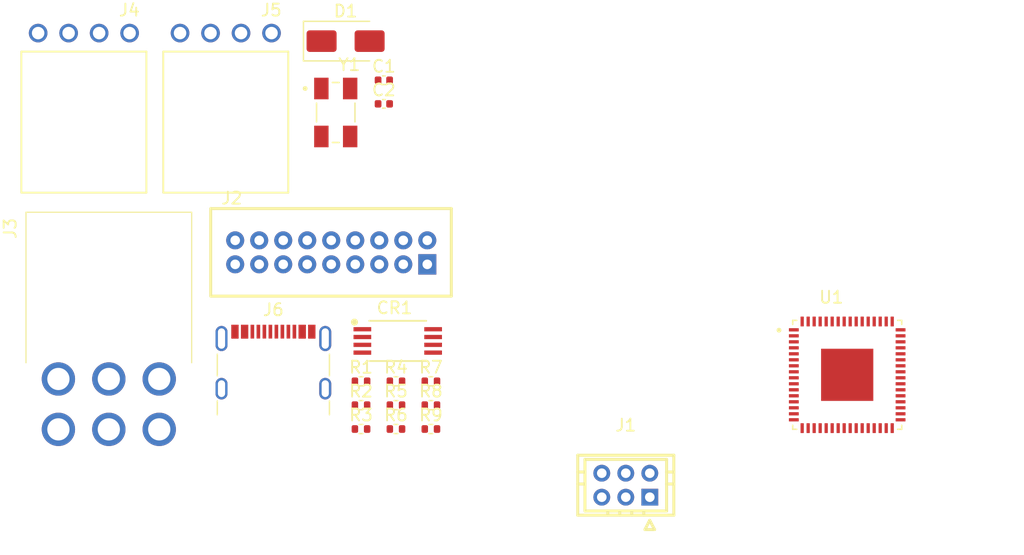
<source format=kicad_pcb>
(kicad_pcb (version 20221018) (generator pcbnew)
  (layers (0 "F.Cu" signal) (31 "B.Cu" signal) (34 "B.Paste" user) (35 "F.Paste" user) (36 "B.SilkS" user "B.Silkscreen") (37 "F.SilkS" user "F.Silkscreen") (38 "B.Mask" user) (39 "F.Mask" user) (44 "Edge.Cuts" user))
  (net 0 "")
  (net 1 "Net-(U1-OSCI)")
  (net 2 "/GND")
  (net 3 "Net-(U1-OSCO)")
  (net 5 "Net-(CR1-CS)")
  (net 10 "Net-(CR1-CLK)")
  (net 11 "Net-(CR1-D)")
  (net 12 "Net-(CR1-Q)")
  (net 13 "/3V3")
  (net 15 "/5V")
  (net 20 "Net-(D1-Pad2)")
  (net 42 "/SDA0")
  (net 47 "/SCL0")
  (net 51 "/PLUG0")
  (net 56 "/A2-0")
  (net 61 "/A1-0")
  (net 62 "/A0-0")
  (net 63 "/TXD0")
  (net 64 "/RXD0")
  (net 65 "/RST0")
  (net 74 "/12V")
  (net 79 "Net-(J6-CC1)")
  (net 80 "Net-(J6-D+-PadA6)")
  (net 81 "Net-(J6-D--PadA7)")
  (net 83 "Net-(J6-CC2)")
  (net 85 "VCORE")
  (net 86 "VCCIO")
  (footprint "Resistor_SMD:R_0402_1005Metric" (layer "F.Cu") (at 104.95 73.82)
    (fp_text reference "R1" (at 0 -1.17) (layer "F.SilkS"))
    (fp_text value "4.7K")
    (fp_line (start -0.153641 -0.38) (end 0.153641 -0.38) (stroke (width 0.12)) (layer "F.SilkS"))
    (fp_line (start -0.153641 0.38) (end 0.153641 0.38) (stroke (width 0.12)) (layer "F.SilkS"))
    (pad "1" smd roundrect (at -0.51 0) (size 0.54 0.64) (layers "F.Cu" "F.Paste" "F.Mask") (net 2 "/GND"))
    (pad "2" smd roundrect (at 0.51 0) (size 0.54 0.64) (layers "F.Cu" "F.Paste" "F.Mask") (net 61 "/A1-0"))
  )
  (footprint "bitcart:CONN_61900411021_WRE" (layer "F.Cu") (at 89.8756 44.7899)
    (fp_text reference "J5" (at 7.6 -1.91 unlocked) (layer "F.SilkS"))
    (fp_text value "61900411021")
    (fp_line (start -1.397 1.543) (end -1.397 13.303199) (stroke (width 0.1524)) (layer "F.SilkS"))
    (fp_line (start -1.397 13.303199) (end 9.017 13.303199) (stroke (width 0.1524)) (layer "F.SilkS"))
    (fp_line (start 9.017 1.543) (end -1.397 1.543) (stroke (width 0.1524)) (layer "F.SilkS"))
    (fp_line (start 9.017 13.303199) (end 9.017 1.543) (stroke (width 0.1524)) (layer "F.SilkS"))
    (pad "1" thru_hole circle (at 0 0) (size 1.5494 1.5494) (drill 1.0414) (layers "*.Cu" "*.Mask") (net 2 "/GND"))
    (pad "2" thru_hole circle (at 2.54 0) (size 1.5494 1.5494) (drill 1.0414) (layers "*.Cu" "*.Mask") (net 74 "/12V"))
    (pad "3" thru_hole circle (at 5.08 0) (size 1.5494 1.5494) (drill 1.0414) (layers "*.Cu" "*.Mask"))
    (pad "4" thru_hole circle (at 7.62 0) (size 1.5494 1.5494) (drill 1.0414) (layers "*.Cu" "*.Mask"))
  )
  (footprint "bitcart:CONN-TH_X2026WV-2-09D-46SN" (layer "F.Cu") (at 102.47 63.07)
    (fp_text reference "J2" (at -8.283 -4.518) (layer "F.SilkS"))
    (fp_text value "Hashboard0")
    (fp_line (start -10.04 -3.65) (end -10.04 3.65) (stroke (width 0.25)) (layer "F.SilkS"))
    (fp_line (start -10 -3.65) (end 10 -3.65) (stroke (width 0.25)) (layer "F.SilkS"))
    (fp_line (start 10 -3.65) (end 10 3.65) (stroke (width 0.25)) (layer "F.SilkS"))
    (fp_line (start 10 3.65) (end -10 3.65) (stroke (width 0.25)) (layer "F.SilkS"))
    (pad "1" thru_hole rect (at 8 1) (size 1.5 1.7) (drill 0.799998) (layers "*.Cu" "*.Paste" "*.Mask") (net 2 "/GND"))
    (pad "2" thru_hole circle (at 8 -1) (size 1.5 1.5) (drill 0.799998) (layers "*.Cu" "*.Paste" "*.Mask") (net 2 "/GND"))
    (pad "3" thru_hole circle (at 6 1) (size 1.5 1.5) (drill 0.799998) (layers "*.Cu" "*.Paste" "*.Mask") (net 42 "/SDA0"))
    (pad "4" thru_hole circle (at 6 -1) (size 1.5 1.5) (drill 0.799998) (layers "*.Cu" "*.Paste" "*.Mask") (net 47 "/SCL0"))
    (pad "5" thru_hole circle (at 4 1) (size 1.5 1.5) (drill 0.799998) (layers "*.Cu" "*.Paste" "*.Mask") (net 51 "/PLUG0"))
    (pad "6" thru_hole circle (at 4 -1) (size 1.5 1.5) (drill 0.799998) (layers "*.Cu" "*.Paste" "*.Mask") (net 56 "/A2-0"))
    (pad "7" thru_hole circle (at 2 1) (size 1.5 1.5) (drill 0.799998) (layers "*.Cu" "*.Paste" "*.Mask") (net 61 "/A1-0"))
    (pad "8" thru_hole circle (at 2 -1) (size 1.5 1.5) (drill 0.799998) (layers "*.Cu" "*.Paste" "*.Mask") (net 62 "/A0-0"))
    (pad "9" thru_hole circle (at 0 1) (size 1.5 1.5) (drill 0.799998) (layers "*.Cu" "*.Paste" "*.Mask") (net 2 "/GND"))
    (pad "10" thru_hole circle (at 0 -1) (size 1.5 1.5) (drill 0.799998) (layers "*.Cu" "*.Paste" "*.Mask") (net 2 "/GND"))
    (pad "11" thru_hole circle (at -2 1) (size 1.5 1.5) (drill 0.799998) (layers "*.Cu" "*.Paste" "*.Mask") (net 63 "/TXD0"))
    (pad "12" thru_hole circle (at -2 -1) (size 1.5 1.5) (drill 0.799998) (layers "*.Cu" "*.Paste" "*.Mask") (net 64 "/RXD0"))
    (pad "13" thru_hole circle (at -4 1) (size 1.5 1.5) (drill 0.799998) (layers "*.Cu" "*.Paste" "*.Mask") (net 2 "/GND"))
    (pad "14" thru_hole circle (at -4 -1) (size 1.5 1.5) (drill 0.799998) (layers "*.Cu" "*.Paste" "*.Mask") (net 2 "/GND"))
    (pad "15" thru_hole circle (at -6 1) (size 1.5 1.5) (drill 0.799998) (layers "*.Cu" "*.Paste" "*.Mask") (net 65 "/RST0"))
    (pad "16" thru_hole circle (at -6 -1) (size 1.5 1.5) (drill 0.799998) (layers "*.Cu" "*.Paste" "*.Mask") (net 13 "/3V3"))
    (pad "17" thru_hole circle (at -8 1) (size 1.5 1.5) (drill 0.799998) (layers "*.Cu" "*.Paste" "*.Mask"))
    (pad "18" thru_hole circle (at -8 -1) (size 1.5 1.5) (drill 0.799998) (layers "*.Cu" "*.Paste" "*.Mask"))
  )
  (footprint "bitcart:0455580003" (layer "F.Cu") (at 79.743 73.627)
    (fp_text reference "J3" (at -4.016 -12.55 90) (layer "F.SilkS"))
    (fp_text value "Fan Power" hide)
    (fp_line (start -2.7 -13.9) (end 11.1 -13.9) (stroke (width 0.1)) (layer "F.SilkS"))
    (fp_line (start -2.7 -1.35) (end -2.7 -13.9) (stroke (width 0.1)) (layer "F.SilkS"))
    (fp_line (start 11.1 -13.9) (end 11.1 -1.35) (stroke (width 0.1)) (layer "F.SilkS"))
    (pad "" np_thru_hole circle (at 0 -7.3) (size 3.05 3.05) (drill 3.05) (layers "*.Cu" "*.Mask"))
    (pad "" np_thru_hole circle (at 8.4 -7.3) (size 3.05 3.05) (drill 3.05) (layers "*.Cu" "*.Mask"))
    (pad "1" thru_hole circle (at 0 0) (size 2.775 2.775) (drill 1.85) (layers "*.Cu" "*.Mask"))
    (pad "2" thru_hole circle (at 4.2 0) (size 2.775 2.775) (drill 1.85) (layers "*.Cu" "*.Mask"))
    (pad "3" thru_hole circle (at 8.4 0) (size 2.775 2.775) (drill 1.85) (layers "*.Cu" "*.Mask"))
    (pad "4" thru_hole circle (at 0 4.2) (size 2.775 2.775) (drill 1.85) (layers "*.Cu" "*.Mask"))
    (pad "5" thru_hole circle (at 4.2 4.2) (size 2.775 2.775) (drill 1.85) (layers "*.Cu" "*.Mask"))
    (pad "6" thru_hole circle (at 8.4 4.2) (size 2.775 2.775) (drill 1.85) (layers "*.Cu" "*.Mask"))
  )
  (footprint "Capacitor_SMD:C_0402_1005Metric" (layer "F.Cu") (at 106.85 50.69)
    (fp_text reference "C2" (at 0 -1.16) (layer "F.SilkS"))
    (fp_text value "27pf")
    (fp_line (start -0.107836 -0.36) (end 0.107836 -0.36) (stroke (width 0.12)) (layer "F.SilkS"))
    (fp_line (start -0.107836 0.36) (end 0.107836 0.36) (stroke (width 0.12)) (layer "F.SilkS"))
    (pad "1" smd roundrect (at -0.48 0) (size 0.56 0.62) (layers "F.Cu" "F.Paste" "F.Mask") (net 3 "Net-(U1-OSCO)"))
    (pad "2" smd roundrect (at 0.48 0) (size 0.56 0.62) (layers "F.Cu" "F.Paste" "F.Mask") (net 2 "/GND"))
  )
  (footprint "Resistor_SMD:R_0402_1005Metric" (layer "F.Cu") (at 110.77 75.81)
    (fp_text reference "R8" (at 0 -1.17) (layer "F.SilkS"))
    (fp_text value "10k")
    (fp_line (start -0.153641 -0.38) (end 0.153641 -0.38) (stroke (width 0.12)) (layer "F.SilkS"))
    (fp_line (start -0.153641 0.38) (end 0.153641 0.38) (stroke (width 0.12)) (layer "F.SilkS"))
    (pad "1" smd roundrect (at -0.51 0) (size 0.54 0.64) (layers "F.Cu" "F.Paste" "F.Mask") (net 10 "Net-(CR1-CLK)"))
    (pad "2" smd roundrect (at 0.51 0) (size 0.54 0.64) (layers "F.Cu" "F.Paste" "F.Mask") (net 13 "/3V3"))
  )
  (footprint "Diode_SMD:D_SMA" (layer "F.Cu") (at 103.665 45.46)
    (fp_text reference "D1" (at 0 -2.5) (layer "F.SilkS"))
    (fp_text value "SS310")
    (fp_line (start -3.51 -1.65) (end -3.51 1.65) (stroke (width 0.12)) (layer "F.SilkS"))
    (fp_line (start -3.51 -1.65) (end 2 -1.65) (stroke (width 0.12)) (layer "F.SilkS"))
    (fp_line (start -3.51 1.65) (end 2 1.65) (stroke (width 0.12)) (layer "F.SilkS"))
    (pad "1" smd roundrect (at -2 0) (size 2.5 1.8) (layers "F.Cu" "F.Paste" "F.Mask") (roundrect_rratio 0.1388888889) (net 15 "/5V"))
    (pad "2" smd roundrect (at 2 0) (size 2.5 1.8) (layers "F.Cu" "F.Paste" "F.Mask") (roundrect_rratio 0.1388888889) (net 20 "Net-(D1-Pad2)"))
  )
  (footprint "Connector_USB:USB_C_Receptacle_GCT_USB4105-xx-A_16P_TopMnt_Horizontal" (layer "F.Cu") (at 97.65 73.36)
    (fp_text reference "J6" (at 0 -5.5 unlocked) (layer "F.SilkS"))
    (fp_text value "USB_C_Receptacle_USB2.0")
    (fp_line (start -4.67 0) (end -4.67 -1.8) (stroke (width 0.12)) (layer "F.SilkS"))
    (fp_line (start -4.67 2.1) (end -4.67 3.25) (stroke (width 0.12)) (layer "F.SilkS"))
    (fp_line (start 4.67 0) (end 4.67 -1.8) (stroke (width 0.12)) (layer "F.SilkS"))
    (fp_line (start 4.67 2.1) (end 4.67 3.25) (stroke (width 0.12)) (layer "F.SilkS"))
    (pad "" np_thru_hole circle (at -2.89 -2.605) (size 0.65 0.65) (drill 0.65) (layers "F&B.Cu" "*.Mask"))
    (pad "" np_thru_hole circle (at 2.89 -2.605) (size 0.65 0.65) (drill 0.65) (layers "F&B.Cu" "*.Mask"))
    (pad "A1" smd rect (at -3.2 -3.68) (size 0.6 1.15) (layers "F.Cu" "F.Paste" "F.Mask") (net 2 "/GND"))
    (pad "A4" smd rect (at -2.4 -3.68) (size 0.6 1.15) (layers "F.Cu" "F.Paste" "F.Mask") (net 20 "Net-(D1-Pad2)"))
    (pad "A5" smd rect (at -1.25 -3.68) (size 0.3 1.15) (layers "F.Cu" "F.Paste" "F.Mask") (net 79 "Net-(J6-CC1)"))
    (pad "A6" smd rect (at -0.25 -3.68) (size 0.3 1.15) (layers "F.Cu" "F.Paste" "F.Mask") (net 80 "Net-(J6-D+-PadA6)"))
    (pad "A7" smd rect (at 0.25 -3.68) (size 0.3 1.15) (layers "F.Cu" "F.Paste" "F.Mask") (net 81 "Net-(J6-D--PadA7)"))
    (pad "A8" smd rect (at 1.25 -3.68) (size 0.3 1.15) (layers "F.Cu" "F.Paste" "F.Mask"))
    (pad "A9" smd rect (at 2.4 -3.68) (size 0.6 1.15) (layers "F.Cu" "F.Paste" "F.Mask") (net 20 "Net-(D1-Pad2)"))
    (pad "A12" smd rect (at 3.2 -3.68) (size 0.6 1.15) (layers "F.Cu" "F.Paste" "F.Mask") (net 2 "/GND"))
    (pad "B1" smd rect (at 3.2 -3.68) (size 0.6 1.15) (layers "F.Cu" "F.Paste" "F.Mask") (net 2 "/GND"))
    (pad "B4" smd rect (at 2.4 -3.68) (size 0.6 1.15) (layers "F.Cu" "F.Paste" "F.Mask") (net 20 "Net-(D1-Pad2)"))
    (pad "B5" smd rect (at 1.75 -3.68) (size 0.3 1.15) (layers "F.Cu" "F.Paste" "F.Mask") (net 83 "Net-(J6-CC2)"))
    (pad "B6" smd rect (at 0.75 -3.68) (size 0.3 1.15) (layers "F.Cu" "F.Paste" "F.Mask") (net 80 "Net-(J6-D+-PadA6)"))
    (pad "B7" smd rect (at -0.75 -3.68) (size 0.3 1.15) (layers "F.Cu" "F.Paste" "F.Mask") (net 81 "Net-(J6-D--PadA7)"))
    (pad "B8" smd rect (at -1.75 -3.68) (size 0.3 1.15) (layers "F.Cu" "F.Paste" "F.Mask"))
    (pad "B9" smd rect (at -2.4 -3.68) (size 0.6 1.15) (layers "F.Cu" "F.Paste" "F.Mask") (net 20 "Net-(D1-Pad2)"))
    (pad "B12" smd rect (at -3.2 -3.68) (size 0.6 1.15) (layers "F.Cu" "F.Paste" "F.Mask") (net 2 "/GND"))
    (pad "S1" thru_hole oval (at -4.32 -3.105) (size 1 2.1) (drill oval 0.6 1.7) (layers "*.Cu" "*.Mask" "F.Paste") (net 2 "/GND"))
    (pad "S1" thru_hole oval (at -4.32 1.075) (size 1 1.8) (drill oval 0.6 1.4) (layers "*.Cu" "*.Mask" "F.Paste") (net 2 "/GND"))
    (pad "S1" thru_hole oval (at 4.32 -3.105) (size 1 2.1) (drill oval 0.6 1.7) (layers "*.Cu" "*.Mask" "F.Paste") (net 2 "/GND"))
    (pad "S1" thru_hole oval (at 4.32 1.075) (size 1 1.8) (drill oval 0.6 1.4) (layers "*.Cu" "*.Mask" "F.Paste") (net 2 "/GND"))
  )
  (footprint "Resistor_SMD:R_0402_1005Metric" (layer "F.Cu") (at 104.95 75.81)
    (fp_text reference "R2" (at 0 -1.17) (layer "F.SilkS"))
    (fp_text value "4.7K")
    (fp_line (start -0.153641 -0.38) (end 0.153641 -0.38) (stroke (width 0.12)) (layer "F.SilkS"))
    (fp_line (start -0.153641 0.38) (end 0.153641 0.38) (stroke (width 0.12)) (layer "F.SilkS"))
    (pad "1" smd roundrect (at -0.51 0) (size 0.54 0.64) (layers "F.Cu" "F.Paste" "F.Mask") (net 62 "/A0-0"))
    (pad "2" smd roundrect (at 0.51 0) (size 0.54 0.64) (layers "F.Cu" "F.Paste" "F.Mask") (net 2 "/GND"))
  )
  (footprint "bitcrane:XTAL_405C35B12M00000" (layer "F.Cu") (at 102.845 51.41)
    (fp_text reference "Y1" (at 1.125 -3.985) (layer "F.SilkS"))
    (fp_text value "12MHz")
    (fp_line (start -1.6 -0.78) (end -1.6 0.78) (stroke (width 0.127)) (layer "F.SilkS"))
    (fp_line (start -0.28 -2.5) (end 0.28 -2.5) (stroke (width 0.127)) (layer "F.SilkS"))
    (fp_line (start -0.28 2.5) (end 0.28 2.5) (stroke (width 0.127)) (layer "F.SilkS"))
    (fp_line (start 1.6 -0.78) (end 1.6 0.78) (stroke (width 0.127)) (layer "F.SilkS"))
    (fp_circle (center -2.55 -2) (end -2.45 -2) (stroke (width 0.2)) (fill none) (layer "F.SilkS"))
    (pad "1" smd rect (at -1.2 -2) (size 1.2 1.8) (layers "F.Cu" "F.Paste" "F.Mask") (net 1 "Net-(U1-OSCI)"))
    (pad "2" smd rect (at -1.2 2) (size 1.2 1.8) (layers "F.Cu" "F.Paste" "F.Mask") (net 2 "/GND"))
    (pad "3" smd rect (at 1.2 2) (size 1.2 1.8) (layers "F.Cu" "F.Paste" "F.Mask") (net 3 "Net-(U1-OSCO)"))
    (pad "4" smd rect (at 1.2 -2) (size 1.2 1.8) (layers "F.Cu" "F.Paste" "F.Mask") (net 2 "/GND"))
  )
  (footprint "bitcart:CONN_61900411021_WRE" (layer "F.Cu") (at 78.0552 44.7899)
    (fp_text reference "J4" (at 7.6 -1.91 unlocked) (layer "F.SilkS"))
    (fp_text value "61900411021")
    (fp_line (start -1.397 1.543) (end -1.397 13.303199) (stroke (width 0.1524)) (layer "F.SilkS"))
    (fp_line (start -1.397 13.303199) (end 9.017 13.303199) (stroke (width 0.1524)) (layer "F.SilkS"))
    (fp_line (start 9.017 1.543) (end -1.397 1.543) (stroke (width 0.1524)) (layer "F.SilkS"))
    (fp_line (start 9.017 13.303199) (end 9.017 1.543) (stroke (width 0.1524)) (layer "F.SilkS"))
    (pad "1" thru_hole circle (at 0 0) (size 1.5494 1.5494) (drill 1.0414) (layers "*.Cu" "*.Mask") (net 2 "/GND"))
    (pad "2" thru_hole circle (at 2.54 0) (size 1.5494 1.5494) (drill 1.0414) (layers "*.Cu" "*.Mask") (net 74 "/12V"))
    (pad "3" thru_hole circle (at 5.08 0) (size 1.5494 1.5494) (drill 1.0414) (layers "*.Cu" "*.Mask"))
    (pad "4" thru_hole circle (at 7.62 0) (size 1.5494 1.5494) (drill 1.0414) (layers "*.Cu" "*.Mask"))
  )
  (footprint "Capacitor_SMD:C_0402_1005Metric" (layer "F.Cu") (at 106.85 48.72)
    (fp_text reference "C1" (at 0 -1.16) (layer "F.SilkS"))
    (fp_text value "27pf")
    (fp_line (start -0.107836 -0.36) (end 0.107836 -0.36) (stroke (width 0.12)) (layer "F.SilkS"))
    (fp_line (start -0.107836 0.36) (end 0.107836 0.36) (stroke (width 0.12)) (layer "F.SilkS"))
    (pad "1" smd roundrect (at -0.48 0) (size 0.56 0.62) (layers "F.Cu" "F.Paste" "F.Mask") (net 1 "Net-(U1-OSCI)"))
    (pad "2" smd roundrect (at 0.48 0) (size 0.56 0.62) (layers "F.Cu" "F.Paste" "F.Mask") (net 2 "/GND"))
  )
  (footprint "Resistor_SMD:R_0402_1005Metric" (layer "F.Cu") (at 107.86 75.81)
    (fp_text reference "R5" (at 0 -1.17) (layer "F.SilkS"))
    (fp_text value "5.1k")
    (fp_line (start -0.153641 -0.38) (end 0.153641 -0.38) (stroke (width 0.12)) (layer "F.SilkS"))
    (fp_line (start -0.153641 0.38) (end 0.153641 0.38) (stroke (width 0.12)) (layer "F.SilkS"))
    (pad "1" smd roundrect (at -0.51 0) (size 0.54 0.64) (layers "F.Cu" "F.Paste" "F.Mask") (net 2 "/GND"))
    (pad "2" smd roundrect (at 0.51 0) (size 0.54 0.64) (layers "F.Cu" "F.Paste" "F.Mask") (net 83 "Net-(J6-CC2)"))
  )
  (footprint "bitcrane:TSSOP8_STM" (layer "F.Cu") (at 108.0082 70.4546)
    (fp_text reference "CR1" (at -0.27 -2.755 unlocked) (layer "F.SilkS"))
    (fp_text value "M93C46-WDW6TP")
    (fp_line (start -2.3749 1.6764) (end 2.3749 1.6764) (stroke (width 0.1524)) (layer "F.SilkS"))
    (fp_line (start 2.3749 -1.6764) (end -2.3749 -1.6764) (stroke (width 0.1524)) (layer "F.SilkS"))
    (fp_circle (center -3.605 -1.57) (end -3.373052 -1.57) (stroke (width 0.12)) (fill solid) (layer "F.SilkS"))
    (pad "1" smd rect (at -2.9464 -0.974999) (size 1.4732 0.3556) (layers "F.Cu" "F.Paste" "F.Mask") (net 5 "Net-(CR1-CS)"))
    (pad "2" smd rect (at -2.9464 -0.325001) (size 1.4732 0.3556) (layers "F.Cu" "F.Paste" "F.Mask") (net 10 "Net-(CR1-CLK)"))
    (pad "3" smd rect (at -2.9464 0.325001) (size 1.4732 0.3556) (layers "F.Cu" "F.Paste" "F.Mask") (net 11 "Net-(CR1-D)"))
    (pad "4" smd rect (at -2.9464 0.974999) (size 1.4732 0.3556) (layers "F.Cu" "F.Paste" "F.Mask") (net 12 "Net-(CR1-Q)"))
    (pad "5" smd rect (at 2.9464 0.974999) (size 1.4732 0.3556) (layers "F.Cu" "F.Paste" "F.Mask") (net 2 "/GND"))
    (pad "6" smd rect (at 2.9464 0.325001) (size 1.4732 0.3556) (layers "F.Cu" "F.Paste" "F.Mask") (net 13 "/3V3"))
    (pad "7" smd rect (at 2.9464 -0.325001) (size 1.4732 0.3556) (layers "F.Cu" "F.Paste" "F.Mask") (net 2 "/GND"))
    (pad "8" smd rect (at 2.9464 -0.974999) (size 1.4732 0.3556) (layers "F.Cu" "F.Paste" "F.Mask") (net 13 "/3V3"))
  )
  (footprint "Resistor_SMD:R_0402_1005Metric" (layer "F.Cu") (at 110.77 77.8)
    (fp_text reference "R9" (at 0 -1.17) (layer "F.SilkS"))
    (fp_text value "10k")
    (fp_line (start -0.153641 -0.38) (end 0.153641 -0.38) (stroke (width 0.12)) (layer "F.SilkS"))
    (fp_line (start -0.153641 0.38) (end 0.153641 0.38) (stroke (width 0.12)) (layer "F.SilkS"))
    (pad "1" smd roundrect (at -0.51 0) (size 0.54 0.64) (layers "F.Cu" "F.Paste" "F.Mask") (net 12 "Net-(CR1-Q)"))
    (pad "2" smd roundrect (at 0.51 0) (size 0.54 0.64) (layers "F.Cu" "F.Paste" "F.Mask") (net 13 "/3V3"))
  )
  (footprint "Resistor_SMD:R_0402_1005Metric" (layer "F.Cu") (at 107.86 77.8)
    (fp_text reference "R6" (at 0 -1.17) (layer "F.SilkS"))
    (fp_text value "2.2k")
    (fp_line (start -0.153641 -0.38) (end 0.153641 -0.38) (stroke (width 0.12)) (layer "F.SilkS"))
    (fp_line (start -0.153641 0.38) (end 0.153641 0.38) (stroke (width 0.12)) (layer "F.SilkS"))
    (pad "1" smd roundrect (at -0.51 0) (size 0.54 0.64) (layers "F.Cu" "F.Paste" "F.Mask") (net 11 "Net-(CR1-D)"))
    (pad "2" smd roundrect (at 0.51 0) (size 0.54 0.64) (layers "F.Cu" "F.Paste" "F.Mask") (net 12 "Net-(CR1-Q)"))
  )
  (footprint "bitcart:CONN-TH_6P-P2.00_PHD-2X3A" (layer "F.Cu") (at 127.003 82.482)
    (fp_text reference "J1" (at 0 -5) (layer "F.SilkS"))
    (fp_text value "PSU Comm")
    (fp_line (start -4 -2.5) (end 4 -2.5) (stroke (width 0.25)) (layer "F.SilkS"))
    (fp_line (start -4 2.5) (end -4 -2.5) (stroke (width 0.25)) (layer "F.SilkS"))
    (fp_line (start -3.4 -2.15) (end 3.4 -2.15) (stroke (width 0.25)) (layer "F.SilkS"))
    (fp_line (start -3.4 -1.1) (end -4 -1.1) (stroke (width 0.25)) (layer "F.SilkS"))
    (fp_line (start -3.4 -0.1) (end -4 -0.1) (stroke (width 0.25)) (layer "F.SilkS"))
    (fp_line (start -3.4 2.15) (end -3.4 -2.15) (stroke (width 0.25)) (layer "F.SilkS"))
    (fp_line (start -1.5 2.15) (end -1.5 2.5) (stroke (width 0.25)) (layer "F.SilkS"))
    (fp_line (start -0.5 2.15) (end -0.5 2.5) (stroke (width 0.25)) (layer "F.SilkS"))
    (fp_line (start 0.5 2.15) (end 0.5 2.5) (stroke (width 0.25)) (layer "F.SilkS"))
    (fp_line (start 1.5 2.15) (end 1.5 2.5) (stroke (width 0.25)) (layer "F.SilkS"))
    (fp_line (start 1.6 3.7) (end 1.99 2.93) (stroke (width 0.25)) (layer "F.SilkS"))
    (fp_line (start 1.99 2.93) (end 2.4 3.7) (stroke (width 0.25)) (layer "F.SilkS"))
    (fp_line (start 2.4 3.7) (end 1.6 3.7) (stroke (width 0.25)) (layer "F.SilkS"))
    (fp_line (start 3.4 2.15) (end -3.4 2.15) (stroke (width 0.25)) (layer "F.SilkS"))
    (fp_line (start 3.4 2.15) (end 3.4 -2.15) (stroke (width 0.25)) (layer "F.SilkS"))
    (fp_line (start 4 -1.1) (end 3.4 -1.1) (stroke (width 0.25)) (layer "F.SilkS"))
    (fp_line (start 4 -0.1) (end 3.4 -0.1) (stroke (width 0.25)) (layer "F.SilkS"))
    (fp_line (start 4 2.5) (end -4 2.5) (stroke (width 0.25)) (layer "F.SilkS"))
    (fp_line (start 4 2.5) (end 4 -2.5) (stroke (width 0.25)) (layer "F.SilkS"))
    (pad "1" thru_hole rect (at 2 1 180) (size 1.4 1.4) (drill 0.799998) (layers "*.Cu" "*.Paste" "*.Mask"))
    (pad "2" thru_hole circle (at 0 1 180) (size 1.4 1.4) (drill 0.799998) (layers "*.Cu" "*.Paste" "*.Mask"))
    (pad "3" thru_hole circle (at -2 1 180) (size 1.4 1.4) (drill 0.799998) (layers "*.Cu" "*.Paste" "*.Mask"))
    (pad "4" thru_hole circle (at 2 -1 180) (size 1.4 1.4) (drill 0.799998) (layers "*.Cu" "*.Paste" "*.Mask"))
    (pad "5" thru_hole circle (at 0 -1 180) (size 1.4 1.4) (drill 0.799998) (layers "*.Cu" "*.Paste" "*.Mask"))
    (pad "6" thru_hole circle (at -2 -1 180) (size 1.4 1.4) (drill 0.799998) (layers "*.Cu" "*.Paste" "*.Mask"))
  )
  (footprint "bitcrane:QFN50P900X900X105-65N" (layer "F.Cu") (at 145.445 73.28)
    (fp_text reference "U1" (at -1.325 -6.465) (layer "F.SilkS"))
    (fp_text value "FT4232HQ-REEL")
    (fp_line (start -4.54 -4.54) (end -4.54 -4.205) (stroke (width 0.127)) (layer "F.SilkS"))
    (fp_line (start -4.54 -4.54) (end -4.205 -4.54) (stroke (width 0.127)) (layer "F.SilkS"))
    (fp_line (start -4.54 4.54) (end -4.54 4.205) (stroke (width 0.127)) (layer "F.SilkS"))
    (fp_line (start -4.54 4.54) (end -4.205 4.54) (stroke (width 0.127)) (layer "F.SilkS"))
    (fp_line (start 4.54 -4.54) (end 4.205 -4.54) (stroke (width 0.127)) (layer "F.SilkS"))
    (fp_line (start 4.54 -4.54) (end 4.54 -4.205) (stroke (width 0.127)) (layer "F.SilkS"))
    (fp_line (start 4.54 4.54) (end 4.205 4.54) (stroke (width 0.127)) (layer "F.SilkS"))
    (fp_line (start 4.54 4.54) (end 4.54 4.205) (stroke (width 0.127)) (layer "F.SilkS"))
    (fp_circle (center -5.68 -3.72) (end -5.58 -3.72) (stroke (width 0.2)) (fill none) (layer "F.SilkS"))
    (pad "1" smd roundrect (at -4.445 -3.75) (size 0.82 0.27) (layers "F.Cu" "F.Paste" "F.Mask") (roundrect_rratio 0.07) (net 2 "/GND"))
    (pad "2" smd roundrect (at -4.445 -3.25) (size 0.82 0.27) (layers "F.Cu" "F.Paste" "F.Mask") (roundrect_rratio 0.07) (net 1 "Net-(U1-OSCI)"))
    (pad "3" smd roundrect (at -4.445 -2.75) (size 0.82 0.27) (layers "F.Cu" "F.Paste" "F.Mask") (roundrect_rratio 0.07) (net 3 "Net-(U1-OSCO)"))
    (pad "4" smd roundrect (at -4.445 -2.25) (size 0.82 0.27) (layers "F.Cu" "F.Paste" "F.Mask") (roundrect_rratio 0.07))
    (pad "5" smd roundrect (at -4.445 -1.75) (size 0.82 0.27) (layers "F.Cu" "F.Paste" "F.Mask") (roundrect_rratio 0.07) (net 2 "/GND"))
    (pad "6" smd roundrect (at -4.445 -1.25) (size 0.82 0.27) (layers "F.Cu" "F.Paste" "F.Mask") (roundrect_rratio 0.07))
    (pad "7" smd roundrect (at -4.445 -0.75) (size 0.82 0.27) (layers "F.Cu" "F.Paste" "F.Mask") (roundrect_rratio 0.07))
    (pad "8" smd roundrect (at -4.445 -0.25) (size 0.82 0.27) (layers "F.Cu" "F.Paste" "F.Mask") (roundrect_rratio 0.07))
    (pad "9" smd roundrect (at -4.445 0.25) (size 0.82 0.27) (layers "F.Cu" "F.Paste" "F.Mask") (roundrect_rratio 0.07))
    (pad "10" smd roundrect (at -4.445 0.75) (size 0.82 0.27) (layers "F.Cu" "F.Paste" "F.Mask") (roundrect_rratio 0.07) (net 2 "/GND"))
    (pad "11" smd roundrect (at -4.445 1.25) (size 0.82 0.27) (layers "F.Cu" "F.Paste" "F.Mask") (roundrect_rratio 0.07) (net 2 "/GND"))
    (pad "12" smd roundrect (at -4.445 1.75) (size 0.82 0.27) (layers "F.Cu" "F.Paste" "F.Mask") (roundrect_rratio 0.07) (net 85 "VCORE"))
    (pad "13" smd roundrect (at -4.445 2.25) (size 0.82 0.27) (layers "F.Cu" "F.Paste" "F.Mask") (roundrect_rratio 0.07) (net 2 "/GND"))
    (pad "14" smd roundrect (at -4.445 2.75) (size 0.82 0.27) (layers "F.Cu" "F.Paste" "F.Mask") (roundrect_rratio 0.07))
    (pad "15" smd roundrect (at -4.445 3.25) (size 0.82 0.27) (layers "F.Cu" "F.Paste" "F.Mask") (roundrect_rratio 0.07) (net 2 "/GND"))
    (pad "16" smd roundrect (at -4.445 3.75) (size 0.82 0.27) (layers "F.Cu" "F.Paste" "F.Mask") (roundrect_rratio 0.07))
    (pad "17" smd roundrect (at -3.75 4.445 90) (size 0.82 0.27) (layers "F.Cu" "F.Paste" "F.Mask") (roundrect_rratio 0.07))
    (pad "18" smd roundrect (at -3.25 4.445 90) (size 0.82 0.27) (layers "F.Cu" "F.Paste" "F.Mask") (roundrect_rratio 0.07))
    (pad "19" smd roundrect (at -2.75 4.445 90) (size 0.82 0.27) (layers "F.Cu" "F.Paste" "F.Mask") (roundrect_rratio 0.07))
    (pad "20" smd roundrect (at -2.25 4.445 90) (size 0.82 0.27) (layers "F.Cu" "F.Paste" "F.Mask") (roundrect_rratio 0.07) (net 86 "VCCIO"))
    (pad "21" smd roundrect (at -1.75 4.445 90) (size 0.82 0.27) (layers "F.Cu" "F.Paste" "F.Mask") (roundrect_rratio 0.07))
    (pad "22" smd roundrect (at -1.25 4.445 90) (size 0.82 0.27) (layers "F.Cu" "F.Paste" "F.Mask") (roundrect_rratio 0.07))
    (pad "23" smd roundrect (at -0.75 4.445 90) (size 0.82 0.27) (layers "F.Cu" "F.Paste" "F.Mask") (roundrect_rratio 0.07))
    (pad "24" smd roundrect (at -0.25 4.445 90) (size 0.82 0.27) (layers "F.Cu" "F.Paste" "F.Mask") (roundrect_rratio 0.07))
    (pad "25" smd roundrect (at 0.25 4.445 90) (size 0.82 0.27) (layers "F.Cu" "F.Paste" "F.Mask") (roundrect_rratio 0.07) (net 2 "/GND"))
    (pad "26" smd roundrect (at 0.75 4.445 90) (size 0.82 0.27) (layers "F.Cu" "F.Paste" "F.Mask") (roundrect_rratio 0.07))
    (pad "27" smd roundrect (at 1.25 4.445 90) (size 0.82 0.27) (layers "F.Cu" "F.Paste" "F.Mask") (roundrect_rratio 0.07))
    (pad "28" smd roundrect (at 1.75 4.445 90) (size 0.82 0.27) (layers "F.Cu" "F.Paste" "F.Mask") (roundrect_rratio 0.07))
    (pad "29" smd roundrect (at 2.25 4.445 90) (size 0.82 0.27) (layers "F.Cu" "F.Paste" "F.Mask") (roundrect_rratio 0.07))
    (pad "30" smd roundrect (at 2.75 4.445 90) (size 0.82 0.27) (layers "F.Cu" "F.Paste" "F.Mask") (roundrect_rratio 0.07))
    (pad "31" smd roundrect (at 3.25 4.445 90) (size 0.82 0.27) (layers "F.Cu" "F.Paste" "F.Mask") (roundrect_rratio 0.07) (net 86 "VCCIO"))
    (pad "32" smd roundrect (at 3.75 4.445 90) (size 0.82 0.27) (layers "F.Cu" "F.Paste" "F.Mask") (roundrect_rratio 0.07))
    (pad "33" smd roundrect (at 4.445 3.75 180) (size 0.82 0.27) (layers "F.Cu" "F.Paste" "F.Mask") (roundrect_rratio 0.07))
    (pad "34" smd roundrect (at 4.445 3.25 180) (size 0.82 0.27) (layers "F.Cu" "F.Paste" "F.Mask") (roundrect_rratio 0.07))
    (pad "35" smd roundrect (at 4.445 2.75 180) (size 0.82 0.27) (layers "F.Cu" "F.Paste" "F.Mask") (roundrect_rratio 0.07) (net 2 "/GND"))
    (pad "36" smd roundrect (at 4.445 2.25 180) (size 0.82 0.27) (layers "F.Cu" "F.Paste" "F.Mask") (roundrect_rratio 0.07))
    (pad "37" smd roundrect (at 4.445 1.75 180) (size 0.82 0.27) (layers "F.Cu" "F.Paste" "F.Mask") (roundrect_rratio 0.07) (net 85 "VCORE"))
    (pad "38" smd roundrect (at 4.445 1.25 180) (size 0.82 0.27) (layers "F.Cu" "F.Paste" "F.Mask") (roundrect_rratio 0.07))
    (pad "39" smd roundrect (at 4.445 0.75 180) (size 0.82 0.27) (layers "F.Cu" "F.Paste" "F.Mask") (roundrect_rratio 0.07))
    (pad "40" smd roundrect (at 4.445 0.25 180) (size 0.82 0.27) (layers "F.Cu" "F.Paste" "F.Mask") (roundrect_rratio 0.07))
    (pad "41" smd roundrect (at 4.445 -0.25 180) (size 0.82 0.27) (layers "F.Cu" "F.Paste" "F.Mask") (roundrect_rratio 0.07))
    (pad "42" smd roundrect (at 4.445 -0.75 180) (size 0.82 0.27) (layers "F.Cu" "F.Paste" "F.Mask") (roundrect_rratio 0.07) (net 86 "VCCIO"))
    (pad "43" smd roundrect (at 4.445 -1.25 180) (size 0.82 0.27) (layers "F.Cu" "F.Paste" "F.Mask") (roundrect_rratio 0.07))
    (pad "44" smd roundrect (at 4.445 -1.75 180) (size 0.82 0.27) (layers "F.Cu" "F.Paste" "F.Mask") (roundrect_rratio 0.07))
    (pad "45" smd roundrect (at 4.445 -2.25 180) (size 0.82 0.27) (layers "F.Cu" "F.Paste" "F.Mask") (roundrect_rratio 0.07))
    (pad "46" smd roundrect (at 4.445 -2.75 180) (size 0.82 0.27) (layers "F.Cu" "F.Paste" "F.Mask") (roundrect_rratio 0.07))
    (pad "47" smd roundrect (at 4.445 -3.25 180) (size 0.82 0.27) (layers "F.Cu" "F.Paste" "F.Mask") (roundrect_rratio 0.07) (net 2 "/GND"))
    (pad "48" smd roundrect (at 4.445 -3.75 180) (size 0.82 0.27) (layers "F.Cu" "F.Paste" "F.Mask") (roundrect_rratio 0.07))
    (pad "49" smd roundrect (at 3.75 -4.445 270) (size 0.82 0.27) (layers "F.Cu" "F.Paste" "F.Mask") (roundrect_rratio 0.07))
    (pad "50" smd roundrect (at 3.25 -4.445 270) (size 0.82 0.27) (layers "F.Cu" "F.Paste" "F.Mask") (roundrect_rratio 0.07))
    (pad "51" smd roundrect (at 2.75 -4.445 270) (size 0.82 0.27) (layers "F.Cu" "F.Paste" "F.Mask") (roundrect_rratio 0.07) (net 2 "/GND"))
    (pad "52" smd roundrect (at 2.25 -4.445 270) (size 0.82 0.27) (layers "F.Cu" "F.Paste" "F.Mask") (roundrect_rratio 0.07))
    (pad "53" smd roundrect (at 1.75 -4.445 270) (size 0.82 0.27) (layers "F.Cu" "F.Paste" "F.Mask") (roundrect_rratio 0.07))
    (pad "54" smd roundrect (at 1.25 -4.445 270) (size 0.82 0.27) (layers "F.Cu" "F.Paste" "F.Mask") (roundrect_rratio 0.07))
    (pad "55" smd roundrect (at 0.75 -4.445 270) (size 0.82 0.27) (layers "F.Cu" "F.Paste" "F.Mask") (roundrect_rratio 0.07))
    (pad "56" smd roundrect (at 0.25 -4.445 270) (size 0.82 0.27) (layers "F.Cu" "F.Paste" "F.Mask") (roundrect_rratio 0.07) (net 86 "VCCIO"))
    (pad "57" smd roundrect (at -0.25 -4.445 270) (size 0.82 0.27) (layers "F.Cu" "F.Paste" "F.Mask") (roundrect_rratio 0.07))
    (pad "58" smd roundrect (at -0.75 -4.445 270) (size 0.82 0.27) (layers "F.Cu" "F.Paste" "F.Mask") (roundrect_rratio 0.07))
    (pad "59" smd roundrect (at -1.25 -4.445 270) (size 0.82 0.27) (layers "F.Cu" "F.Paste" "F.Mask") (roundrect_rratio 0.07))
    (pad "60" smd roundrect (at -1.75 -4.445 270) (size 0.82 0.27) (layers "F.Cu" "F.Paste" "F.Mask") (roundrect_rratio 0.07))
    (pad "61" smd roundrect (at -2.25 -4.445 270) (size 0.82 0.27) (layers "F.Cu" "F.Paste" "F.Mask") (roundrect_rratio 0.07) (net 11 "Net-(CR1-D)"))
    (pad "62" smd roundrect (at -2.75 -4.445 270) (size 0.82 0.27) (layers "F.Cu" "F.Paste" "F.Mask") (roundrect_rratio 0.07) (net 10 "Net-(CR1-CLK)"))
    (pad "63" smd roundrect (at -3.25 -4.445 270) (size 0.82 0.27) (layers "F.Cu" "F.Paste" "F.Mask") (roundrect_rratio 0.07) (net 5 "Net-(CR1-CS)"))
    (pad "64" smd roundrect (at -3.75 -4.445 270) (size 0.82 0.27) (layers "F.Cu" "F.Paste" "F.Mask") (roundrect_rratio 0.07) (net 85 "VCORE"))
    (pad "65" smd rect (at 0 0) (size 4.35 4.35) (layers "F.Cu" "F.Mask") (net 2 "/GND"))
  )
  (footprint "Resistor_SMD:R_0402_1005Metric" (layer "F.Cu") (at 110.77 73.82)
    (fp_text reference "R7" (at 0 -1.17) (layer "F.SilkS"))
    (fp_text value "10k")
    (fp_line (start -0.153641 -0.38) (end 0.153641 -0.38) (stroke (width 0.12)) (layer "F.SilkS"))
    (fp_line (start -0.153641 0.38) (end 0.153641 0.38) (stroke (width 0.12)) (layer "F.SilkS"))
    (pad "1" smd roundrect (at -0.51 0) (size 0.54 0.64) (layers "F.Cu" "F.Paste" "F.Mask") (net 5 "Net-(CR1-CS)"))
    (pad "2" smd roundrect (at 0.51 0) (size 0.54 0.64) (layers "F.Cu" "F.Paste" "F.Mask") (net 13 "/3V3"))
  )
  (footprint "Resistor_SMD:R_0402_1005Metric" (layer "F.Cu") (at 107.86 73.82)
    (fp_text reference "R4" (at 0 -1.17) (layer "F.SilkS"))
    (fp_text value "5.1k")
    (fp_line (start -0.153641 -0.38) (end 0.153641 -0.38) (stroke (width 0.12)) (layer "F.SilkS"))
    (fp_line (start -0.153641 0.38) (end 0.153641 0.38) (stroke (width 0.12)) (layer "F.SilkS"))
    (pad "1" smd roundrect (at -0.51 0) (size 0.54 0.64) (layers "F.Cu" "F.Paste" "F.Mask") (net 2 "/GND"))
    (pad "2" smd roundrect (at 0.51 0) (size 0.54 0.64) (layers "F.Cu" "F.Paste" "F.Mask") (net 79 "Net-(J6-CC1)"))
  )
  (footprint "Resistor_SMD:R_0402_1005Metric" (layer "F.Cu") (at 104.95 77.8)
    (fp_text reference "R3" (at 0 -1.17) (layer "F.SilkS"))
    (fp_text value "4.7K")
    (fp_line (start -0.153641 -0.38) (end 0.153641 -0.38) (stroke (width 0.12)) (layer "F.SilkS"))
    (fp_line (start -0.153641 0.38) (end 0.153641 0.38) (stroke (width 0.12)) (layer "F.SilkS"))
    (pad "1" smd roundrect (at -0.51 0) (size 0.54 0.64) (layers "F.Cu" "F.Paste" "F.Mask") (net 56 "/A2-0"))
    (pad "2" smd roundrect (at 0.51 0) (size 0.54 0.64) (layers "F.Cu" "F.Paste" "F.Mask") (net 2 "/GND"))
  )
)
</source>
